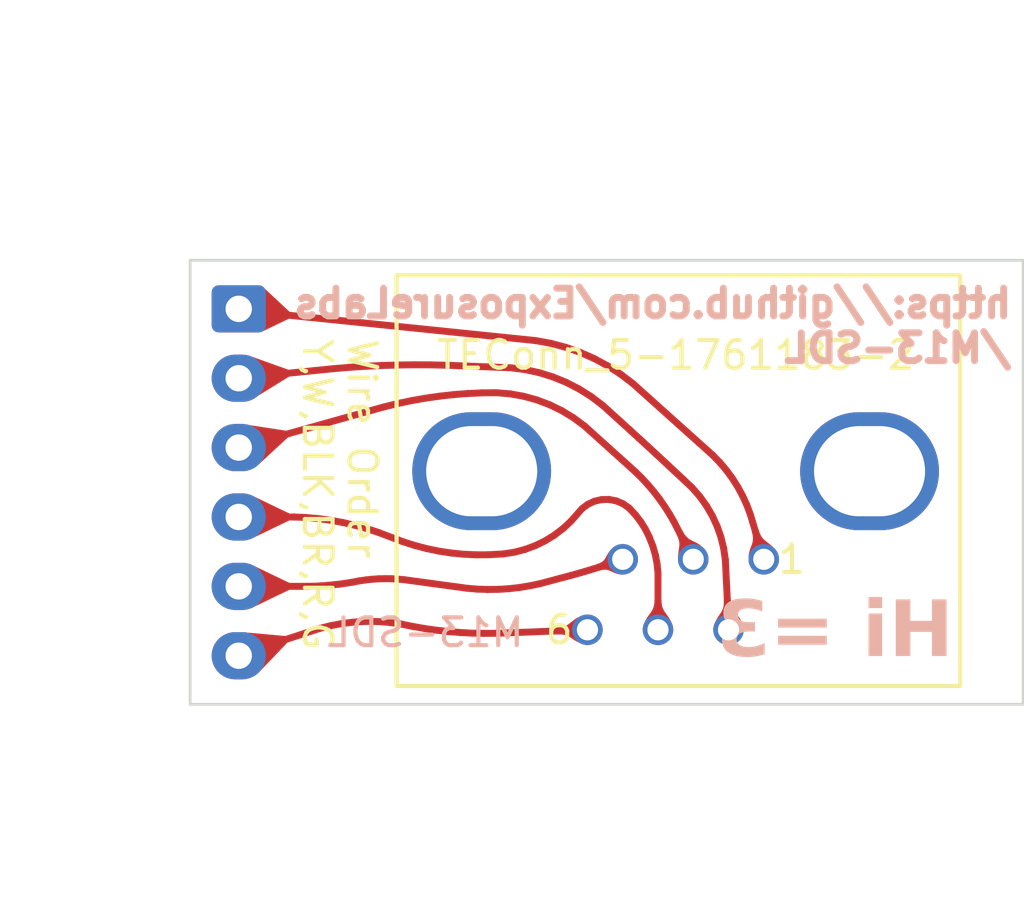
<source format=kicad_pcb>
(kicad_pcb (version 20221018) (generator pcbnew)
  (title_block (title "M13-SDL") (rev "1") (company "N/A"))
  (layers (0 "F.Cu" signal) (31 "B.Cu" signal) (34 "B.Paste" user) (35 "F.Paste" user) (36 "B.SilkS" user "B.Silkscreen") (37 "F.SilkS" user "F.Silkscreen") (38 "B.Mask" user) (39 "F.Mask" user) (44 "Edge.Cuts" user))
  (net 0 "")
  (net 1 "M_CLK")
  (net 2 "KB_DATA")
  (net 3 "GND")
  (net 4 "KB_CLK")
  (net 5 "+5V")
  (net 6 "M_DATA")
  (footprint "Library:JST_EH_B6B-EH-A_1x06_P2.50mm_Vertical" (layer "F.Cu") (at 130.25 94.75 -90)
    (fp_text reference "REF**" hide)
    (fp_text value "JST_EH_B6B-EH-A_1x06_P2.50mm_Vertical")
    (pad "1" thru_hole roundrect (at 0 0 270) (size 1.7 1.95) (drill 0.95) (layers "*.Cu" "*.Mask") (roundrect_rratio 0.1470588235) (net 1 "M_CLK"))
    (pad "2" thru_hole oval (at 2.5 0 270) (size 1.7 1.95) (drill 0.95) (layers "*.Cu" "*.Mask") (net 2 "KB_DATA"))
    (pad "3" thru_hole oval (at 5 0 270) (size 1.7 1.95) (drill 0.95) (layers "*.Cu" "*.Mask") (net 3 "GND"))
    (pad "4" thru_hole oval (at 7.5 0 270) (size 1.7 1.95) (drill 0.95) (layers "*.Cu" "*.Mask") (net 4 "KB_CLK"))
    (pad "5" thru_hole oval (at 10 0 270) (size 1.7 1.95) (drill 0.95) (layers "*.Cu" "*.Mask") (net 5 "+5V"))
    (pad "6" thru_hole oval (at 12.5 0 270) (size 1.7 1.95) (drill 0.95) (layers "*.Cu" "*.Mask") (net 6 "M_DATA"))
  )
  (footprint "Library:CONN_1-1761185-2_TYC" (layer "F.Cu") (at 142.81 106.315)
    (fp_text reference "REF**" hide)
    (fp_text value "TEConn_5-1761183-2" (at 3.175 -9.9 unlocked) (layer "F.SilkS"))
    (fp_text user "1" (at 7.366 -2.54 unlocked) (layer "F.SilkS"))
    (fp_text user "6" (at -1.016 0 unlocked) (layer "F.SilkS"))
    (fp_line (start -6.875 2.025) (end -6.875 -12.775) (stroke (width 0.1524)) (layer "F.SilkS"))
    (fp_line (start -6.875 2.025) (end 13.425 2.025) (stroke (width 0.1524)) (layer "F.SilkS"))
    (fp_line (start 13.425 -12.775) (end -6.875 -12.775) (stroke (width 0.1524)) (layer "F.SilkS"))
    (fp_line (start 13.425 2.025) (end 13.425 -12.775) (stroke (width 0.1524)) (layer "F.SilkS"))
    (pad "1" thru_hole circle (at 6.35 -2.54) (size 1.1 1.1) (drill 0.762) (layers "*.Cu" "*.Mask") (net 1 "M_CLK"))
    (pad "2" thru_hole circle (at 5.08 0) (size 1.1 1.1) (drill 0.762) (layers "*.Cu" "*.Mask") (net 2 "KB_DATA"))
    (pad "3" thru_hole circle (at 3.81 -2.54) (size 1.1 1.1) (drill 0.762) (layers "*.Cu" "*.Mask") (net 3 "GND"))
    (pad "4" thru_hole circle (at 2.54 0) (size 1.1 1.1) (drill 0.762) (layers "*.Cu" "*.Mask") (net 4 "KB_CLK"))
    (pad "5" thru_hole circle (at 1.27 -2.54) (size 1.1 1.1) (drill 0.762) (layers "*.Cu" "*.Mask") (net 5 "+5V"))
    (pad "6" thru_hole circle (at 0 0) (size 1.1 1.1) (drill 0.762) (layers "*.Cu" "*.Mask") (net 6 "M_DATA"))
    (pad "13" thru_hole oval (at -3.81 -5.715) (size 5 4.25) (drill oval 4 3.25) (layers "*.Cu" "*.Mask"))
    (pad "14" thru_hole oval (at 10.16 -5.715) (size 5 4.25) (drill oval 4 3.25) (layers "*.Cu" "*.Mask"))
  )
  (gr_line (start 158.5 93) (end 158.5 109) (stroke (width 0.1)) (layer "Edge.Cuts"))
  (gr_line (start 128.5 93) (end 158.5 93) (stroke (width 0.1)) (layer "Edge.Cuts"))
  (gr_line (start 158.5 109) (end 128.5 109) (stroke (width 0.1)) (layer "Edge.Cuts"))
  (gr_line (start 128.5 109) (end 128.5 93) (stroke (width 0.1)) (layer "Edge.Cuts"))
  (gr_text "M13-SDL\n" (at 140.6 107) (layer "B.SilkS") (effects (font (size 1 1)) (justify left bottom mirror)))
  (gr_text "https://github.com/ExposureLabs\n/M13-SDL" (at 158.2 96.75) (layer "B.SilkS") (effects (font (size 1 1) (thickness 0.25) bold) (justify left bottom mirror)))
  (gr_text "Hi =3" (at 156 107.6) (layer "B.SilkS") (effects (font (size 2 2) (thickness 0.3) bold) (justify left bottom mirror)))
  (gr_text "Wire Order\nY,W,BLK,BR,R,G" (at 132.5 95.75 270) (layer "F.SilkS") (effects (font (size 1 1)) (justify left bottom)))
  (segment (start 130.330942 94.803178) (end 140.951197 95.894587) (width 0.25) (layer "F.Cu") (net 1))
  (segment (start 144.006455 97.106162) (end 144.445604 97.44185) (width 0.25) (layer "F.Cu") (net 1))
  (segment (start 147.810485 100.561722) (end 147.574192 100.282498) (width 0.25) (layer "F.Cu") (net 1))
  (segment (start 144.006455 97.106162) (end 143.542303 96.805996) (width 0.25) (layer "F.Cu") (net 1))
  (segment (start 143.056012 96.543205) (end 143.542303 96.805996) (width 0.25) (layer "F.Cu") (net 1))
  (segment (start 142.02915 96.135998) (end 142.550588 96.319412) (width 0.25) (layer "F.Cu") (net 1))
  (segment (start 148.027081 100.856487) (end 148.222959 101.165408) (width 0.25) (layer "F.Cu") (net 1))
  (segment (start 148.548977 101.819842) (end 148.397197 101.48703) (width 0.25) (layer "F.Cu") (net 1))
  (segment (start 142.02915 96.135998) (end 141.49492 95.994098) (width 0.25) (layer "F.Cu") (net 1))
  (segment (start 148.548977 101.819842) (end 148.677584 102.162275) (width 0.25) (layer "F.Cu") (net 1))
  (segment (start 140.951197 95.894587) (end 141.49492 95.994098) (width 0.25) (layer "F.Cu") (net 1))
  (segment (start 130.322593 94.801592) (end 130.330942 94.803178) (width 0.25) (layer "F.Cu") (net 1))
  (segment (start 147.319312 100.02013) (end 147.574192 100.282498) (width 0.25) (layer "F.Cu") (net 1))
  (segment (start 130.306453 94.796317) (end 130.314411 94.799299) (width 0.25) (layer "F.Cu") (net 1))
  (segment (start 130.291445 94.788377) (end 130.284502 94.783477) (width 0.25) (layer "F.Cu") (net 1))
  (segment (start 142.550588 96.319412) (end 143.056012 96.543205) (width 0.25) (layer "F.Cu") (net 1))
  (segment (start 147.810485 100.561722) (end 148.027081 100.856487) (width 0.25) (layer "F.Cu") (net 1))
  (segment (start 130.322593 94.801592) (end 130.314411 94.799299) (width 0.25) (layer "F.Cu") (net 1))
  (segment (start 148.677584 102.162275) (end 149.16 103.775) (width 0.25) (layer "F.Cu") (net 1))
  (segment (start 130.291445 94.788377) (end 130.298779 94.792668) (width 0.25) (layer "F.Cu") (net 1))
  (segment (start 130.278003 94.778003) (end 130.284502 94.783477) (width 0.25) (layer "F.Cu") (net 1))
  (segment (start 148.222959 101.165408) (end 148.397197 101.48703) (width 0.25) (layer "F.Cu") (net 1))
  (segment (start 130.278003 94.778003) (end 130.25 94.75) (width 0.25) (layer "F.Cu") (net 1))
  (segment (start 130.306453 94.796317) (end 130.298779 94.792668) (width 0.25) (layer "F.Cu") (net 1))
  (segment (start 144.445604 97.44185) (end 147.319312 100.02013) (width 0.25) (layer "F.Cu") (net 1))
  (segment (start 136.57848 96.765945) (end 135.994413 96.773381) (width 0.25) (layer "F.Cu") (net 2))
  (segment (start 145.943198 100.597928) (end 145.629068 100.305055) (width 0.25) (layer "F.Cu") (net 2))
  (segment (start 137.162588 96.768772) (end 137.746557 96.781861) (width 0.25) (layer "F.Cu") (net 2))
  (segment (start 146.851146 101.505776) (end 147.094475 101.843686) (width 0.25) (layer "F.Cu") (net 2))
  (segment (start 142.04611 97.399514) (end 142.50687 97.636559) (width 0.25) (layer "F.Cu") (net 2))
  (segment (start 146.576611 101.192692) (end 146.851146 101.505776) (width 0.25) (layer "F.Cu") (net 2))
  (segment (start 145.943198 100.597928) (end 146.256637 100.891541) (width 0.25) (layer "F.Cu") (net 2))
  (segment (start 147.715793 103.378788) (end 147.775994 103.790816) (width 0.25) (layer "F.Cu") (net 2))
  (segment (start 142.945281 97.912758) (end 142.50687 97.636559) (width 0.25) (layer "F.Cu") (net 2))
  (segment (start 137.162588 96.768772) (end 136.57848 96.765945) (width 0.25) (layer "F.Cu") (net 2))
  (segment (start 133.662154 96.905653) (end 130.25 97.25) (width 0.25) (layer "F.Cu") (net 2))
  (segment (start 147.715793 103.378788) (end 147.616455 102.974408) (width 0.25) (layer "F.Cu") (net 2))
  (segment (start 141.071637 97.049754) (end 141.566488 97.203417) (width 0.25) (layer "F.Cu") (net 2))
  (segment (start 147.478892 102.581384) (end 147.616455 102.974408) (width 0.25) (layer "F.Cu") (net 2))
  (segment (start 134.244258 96.857222) (end 133.662154 96.905653) (width 0.25) (layer "F.Cu") (net 2))
  (segment (start 142.04611 97.399514) (end 141.566488 97.203417) (width 0.25) (layer "F.Cu") (net 2))
  (segment (start 144.661372 99.411356) (end 144.983625 99.707572) (width 0.25) (layer "F.Cu") (net 2))
  (segment (start 144.661372 99.411356) (end 144.338423 99.1159) (width 0.25) (layer "F.Cu") (net 2))
  (segment (start 135.410568 96.791076) (end 135.994413 96.773381) (width 0.25) (layer "F.Cu") (net 2))
  (segment (start 142.945281 97.912758) (end 143.358024 98.226021) (width 0.25) (layer "F.Cu") (net 2))
  (segment (start 144.014779 98.821206) (end 143.358024 98.226021) (width 0.25) (layer "F.Cu") (net 2))
  (segment (start 140.565301 96.939688) (end 141.071637 97.049754) (width 0.25) (layer "F.Cu") (net 2))
  (segment (start 135.410568 96.791076) (end 134.827123 96.819026) (width 0.25) (layer "F.Cu") (net 2))
  (segment (start 145.314249 100.012923) (end 145.629068 100.305055) (width 0.25) (layer "F.Cu") (net 2))
  (segment (start 144.983625 99.707572) (end 145.314249 100.012923) (width 0.25) (layer "F.Cu") (net 2))
  (segment (start 137.746557 96.781861) (end 140.051315 96.874051) (width 0.25) (layer "F.Cu") (net 2))
  (segment (start 134.244258 96.857222) (end 134.827123 96.819026) (width 0.25) (layer "F.Cu") (net 2))
  (segment (start 144.014779 98.821206) (end 144.338423 99.1159) (width 0.25) (layer "F.Cu") (net 2))
  (segment (start 140.051315 96.874051) (end 140.565301 96.939688) (width 0.25) (layer "F.Cu") (net 2))
  (segment (start 147.775994 103.790816) (end 147.9 106.305) (width 0.25) (layer "F.Cu") (net 2))
  (segment (start 147.094475 101.843686) (end 147.304365 102.203321) (width 0.25) (layer "F.Cu") (net 2))
  (segment (start 146.576611 101.192692) (end 146.256637 100.891541) (width 0.25) (layer "F.Cu") (net 2))
  (segment (start 147.304365 102.203321) (end 147.478892 102.581384) (width 0.25) (layer "F.Cu") (net 2))
  (segment (start 147.9 106.305) (end 147.89 106.315) (width 0.25) (layer "B.Cu") (net 2))
  (segment (start 130.3 97.2) (end 130.25 97.25) (width 0.25) (layer "B.Cu") (net 2))
  (segment (start 140.980361 98.028798) (end 141.443401 98.203471) (width 0.25) (layer "F.Cu") (net 3))
  (segment (start 146.629013 104.020984) (end 146.626697 104.022532) (width 0) (layer "F.Cu") (net 3))
  (segment (start 145.593742 101.875351) (end 145.770568 102.154144) (width 0.25) (layer "F.Cu") (net 3))
  (segment (start 136.964021 97.971177) (end 137.486693 97.89603) (width 0.25) (layer "F.Cu") (net 3))
  (segment (start 140.015688 97.812132) (end 139.522426 97.772017) (width 0.25) (layer "F.Cu") (net 3))
  (segment (start 137.991391 97.840233) (end 138.497642 97.80096) (width 0.25) (layer "F.Cu") (net 3))
  (segment (start 146.629013 104.020984) (end 146.7 103.95) (width 0) (layer "F.Cu") (net 3))
  (segment (start 136.456069 98.061239) (end 135.951333 98.167854) (width 0.25) (layer "F.Cu") (net 3))
  (segment (start 144.530921 100.616757) (end 144.765892 100.848667) (width 0.25) (layer "F.Cu") (net 3))
  (segment (start 144.530921 100.616757) (end 142.707687 98.973595) (width 0.25) (layer "F.Cu") (net 3))
  (segment (start 144.990109 101.09099) (end 145.203111 101.343227) (width 0.25) (layer "F.Cu") (net 3))
  (segment (start 145.770568 102.154144) (end 145.934574 102.440667) (width 0.25) (layer "F.Cu") (net 3))
  (segment (start 146.610984 104.020984) (end 146.6133 104.022532) (width 0.25) (layer "F.Cu") (net 3))
  (segment (start 142.310828 98.677928) (end 142.707687 98.973595) (width 0.25) (layer "F.Cu") (net 3))
  (segment (start 145.934574 102.440667) (end 146.62 103.775) (width 0.25) (layer "F.Cu") (net 3))
  (segment (start 145.404459 101.604859) (end 145.593742 101.875351) (width 0.25) (layer "F.Cu") (net 3))
  (segment (start 136.964021 97.971177) (end 136.456069 98.061239) (width 0.25) (layer "F.Cu") (net 3))
  (segment (start 146.615874 104.023598) (end 146.6133 104.022532) (width 0.25) (layer "F.Cu") (net 3))
  (segment (start 141.443401 98.203471) (end 141.888176 98.420476) (width 0.25) (layer "F.Cu") (net 3))
  (segment (start 146.610984 104.020984) (end 146.6 104.01) (width 0.25) (layer "F.Cu") (net 3))
  (segment (start 146.624123 104.023598) (end 146.626697 104.022532) (width 0) (layer "F.Cu") (net 3))
  (segment (start 144.765892 100.848667) (end 144.990109 101.09099) (width 0.25) (layer "F.Cu") (net 3))
  (segment (start 135.45035 98.290907) (end 130.25 99.75) (width 0.25) (layer "F.Cu") (net 3))
  (segment (start 145.404459 101.604859) (end 145.203111 101.343227) (width 0.25) (layer "F.Cu") (net 3))
  (segment (start 139.004907 97.778252) (end 139.522426 97.772017) (width 0.25) (layer "F.Cu") (net 3))
  (segment (start 146.621392 104.024142) (end 146.618605 104.024142) (width 0.25) (layer "F.Cu") (net 3))
  (segment (start 137.991391 97.840233) (end 137.486693 97.89603) (width 0.25) (layer "F.Cu") (net 3))
  (segment (start 135.951333 98.167854) (end 135.45035 98.290907) (width 0.25) (layer "F.Cu") (net 3))
  (segment (start 146.624123 104.023598) (end 146.621392 104.024142) (width 0) (layer "F.Cu") (net 3))
  (segment (start 139.004907 97.778252) (end 138.497642 97.80096) (width 0.25) (layer "F.Cu") (net 3))
  (segment (start 140.503076 97.897973) (end 140.015688 97.812132) (width 0.25) (layer "F.Cu") (net 3))
  (segment (start 142.310828 98.677928) (end 141.888176 98.420476) (width 0.25) (layer "F.Cu") (net 3))
  (segment (start 146.615874 104.023598) (end 146.618605 104.024142) (width 0.25) (layer "F.Cu") (net 3))
  (segment (start 140.503076 97.897973) (end 140.980361 98.028798) (width 0.25) (layer "F.Cu") (net 3))
  (segment (start 145.318913 103.949181) (end 145.35 104.280937) (width 0.25) (layer "F.Cu") (net 4))
  (segment (start 132.244507 102.25) (end 130.25 102.25) (width 0.25) (layer "F.Cu") (net 4))
  (segment (start 133.120315 102.309238) (end 133.555332 102.368357) (width 0.25) (layer "F.Cu") (net 4))
  (segment (start 140.174232 103.520629) (end 140.556095 103.421532) (width 0.25) (layer "F.Cu") (net 4))
  (segment (start 142.826636 101.791566) (end 143.067254 101.680917) (width 0.25) (layer "F.Cu") (net 4))
  (segment (start 145.35 104.280937) (end 145.35 106.315) (width 0.25) (layer "F.Cu") (net 4))
  (segment (start 133.987249 102.446995) (end 134.415187 102.544994) (width 0.25) (layer "F.Cu") (net 4))
  (segment (start 145.164834 103.301567) (end 145.027662 102.951773) (width 0.25) (layer "F.Cu") (net 4))
  (segment (start 141.617119 102.90596) (end 141.281103 103.112678) (width 0.25) (layer "F.Cu") (net 4))
  (segment (start 144.309984 101.927878) (end 144.542154 102.178377) (width 0.25) (layer "F.Cu") (net 4))
  (segment (start 141.281103 103.112678) (end 140.926265 103.285101) (width 0.25) (layer "F.Cu") (net 4))
  (segment (start 136.170797 103.142897) (end 136.594144 103.277681) (width 0.25) (layer "F.Cu") (net 4))
  (segment (start 144.542154 102.178377) (end 144.727875 102.420658) (width 0.25) (layer "F.Cu") (net 4))
  (segment (start 145.318913 103.949181) (end 145.257011 103.621773) (width 0.25) (layer "F.Cu") (net 4))
  (segment (start 137.898103 103.547862) (end 137.458964 103.480437) (width 0.25) (layer "F.Cu") (net 4))
  (segment (start 143.590413 101.619201) (end 143.325596 101.622616) (width 0.25) (layer "F.Cu") (net 4))
  (segment (start 137.023919 103.390296) (end 137.458964 103.480437) (width 0.25) (layer "F.Cu") (net 4))
  (segment (start 140.926265 103.285101) (end 140.556095 103.421532) (width 0.25) (layer "F.Cu") (net 4))
  (segment (start 143.850172 101.670822) (end 143.590413 101.619201) (width 0.25) (layer "F.Cu") (net 4))
  (segment (start 145.164834 103.301567) (end 145.257011 103.621773) (width 0.25) (layer "F.Cu") (net 4))
  (segment (start 133.120315 102.309238) (end 132.683078 102.269759) (width 0.25) (layer "F.Cu") (net 4))
  (segment (start 139.228198 103.61232) (end 139.784432 103.581418) (width 0.25) (layer "F.Cu") (net 4))
  (segment (start 144.093563 101.77523) (end 144.309984 101.927878) (width 0.25) (layer "F.Cu") (net 4))
  (segment (start 144.727875 102.420658) (end 144.890183 102.679208) (width 0.25) (layer "F.Cu") (net 4))
  (segment (start 134.838281 102.662155) (end 135.255673 102.79824) (width 0.25) (layer "F.Cu") (net 4))
  (segment (start 136.170797 103.142897) (end 135.255673 102.79824) (width 0.25) (layer "F.Cu") (net 4))
  (segment (start 133.987249 102.446995) (end 133.555332 102.368357) (width 0.25) (layer "F.Cu") (net 4))
  (segment (start 144.890183 102.679208) (end 145.027662 102.951773) (width 0.25) (layer "F.Cu") (net 4))
  (segment (start 142.219685 102.398081) (end 141.931008 102.666977) (width 0.25) (layer "F.Cu") (net 4))
  (segment (start 143.325596 101.622616) (end 143.067254 101.680917) (width 0.25) (layer "F.Cu") (net 4))
  (segment (start 134.415187 102.544994) (end 134.838281 102.662155) (width 0.25) (layer "F.Cu") (net 4))
  (segment (start 141.617119 102.90596) (end 141.931008 102.666977) (width 0.25) (layer "F.Cu") (net 4))
  (segment (start 140.174232 103.520629) (end 139.784432 103.581418) (width 0.25) (layer "F.Cu") (net 4))
  (segment (start 142.219685 102.398081) (end 142.614222 101.949743) (width 0.25) (layer "F.Cu") (net 4))
  (segment (start 132.683078 102.269759) (end 132.244507 102.25) (width 0.25) (layer "F.Cu") (net 4))
  (segment (start 144.093563 101.77523) (end 143.850172 101.670822) (width 0.25) (layer "F.Cu") (net 4))
  (segment (start 138.783916 103.613892) (end 139.228198 103.61232) (width 0.25) (layer "F.Cu") (net 4))
  (segment (start 137.898103 103.547862) (end 138.340151 103.592387) (width 0.25) (layer "F.Cu") (net 4))
  (segment (start 136.594144 103.277681) (end 137.023919 103.390296) (width 0.25) (layer "F.Cu") (net 4))
  (segment (start 142.826636 101.791566) (end 142.614222 101.949743) (width 0.25) (layer "F.Cu") (net 4))
  (segment (start 138.783916 103.613892) (end 138.340151 103.592387) (width 0.25) (layer "F.Cu") (net 4))
  (segment (start 145.4 106.265) (end 145.35 106.315) (width 0.25) (layer "B.Cu") (net 4))
  (segment (start 133.896046 104.667825) (end 133.663477 104.695127) (width 0.25) (layer "F.Cu") (net 5))
  (segment (start 139.216124 104.863015) (end 139.599186 104.858027) (width 0.25) (layer "F.Cu") (net 5))
  (segment (start 130.283182 104.75) (end 132.725928 104.75) (width 0.25) (layer "F.Cu") (net 5))
  (segment (start 130.273463 104.726534) (end 130.3 104.7) (width 0.25) (layer "F.Cu") (net 5))
  (segment (start 130.270566 104.734628) (end 130.270992 104.738952) (width 0.25) (layer "F.Cu") (net 5))
  (segment (start 134.82047 104.51921) (end 135.052492 104.494441) (width 0.25) (layer "F.Cu") (net 5))
  (segment (start 140.362223 104.791247) (end 139.981531 104.834084) (width 0.25) (layer "F.Cu") (net 5))
  (segment (start 134.82047 104.51921) (end 134.589634 104.553311) (width 0.25) (layer "F.Cu") (net 5))
  (segment (start 135.751903 104.476443) (end 135.984891 104.489247) (width 0.25) (layer "F.Cu") (net 5))
  (segment (start 142.716364 104.214455) (end 142.554534 104.261533) (width 0.25) (layer "F.Cu") (net 5))
  (segment (start 132.960541 104.744514) (end 133.194961 104.733548) (width 0.25) (layer "F.Cu") (net 5))
  (segment (start 130.272655 104.742966) (end 130.275412 104.746324) (width 0.25) (layer "F.Cu") (net 5))
  (segment (start 142.877838 104.166166) (end 142.716364 104.214455) (width 0.25) (layer "F.Cu") (net 5))
  (segment (start 138.451607 104.816127) (end 138.833285 104.849037) (width 0.25) (layer "F.Cu") (net 5))
  (segment (start 143.038944 104.116667) (end 142.877838 104.166166) (width 0.25) (layer "F.Cu") (net 5))
  (segment (start 135.285324 104.479042) (end 135.052492 104.494441) (width 0.25) (layer "F.Cu") (net 5))
  (segment (start 135.751903 104.476443) (end 135.518587 104.47304) (width 0.25) (layer "F.Cu") (net 5))
  (segment (start 136.217175 104.511431) (end 138.451607 104.816127) (width 0.25) (layer "F.Cu") (net 5))
  (segment (start 130.273463 104.726534) (end 130.271414 104.730366) (width 0.25) (layer "F.Cu") (net 5))
  (segment (start 134.589634 104.553311) (end 134.358952 104.596953) (width 0.25) (layer "F.Cu") (net 5))
  (segment (start 142.392354 104.307395) (end 142.554534 104.261533) (width 0.25) (layer "F.Cu") (net 5))
  (segment (start 132.960541 104.744514) (end 132.725928 104.75) (width 0.25) (layer "F.Cu") (net 5))
  (segment (start 143.038944 104.116667) (end 143.199675 104.065963) (width 0.25) (layer "F.Cu") (net 5))
  (segment (start 139.981531 104.834084) (end 139.599186 104.858027) (width 0.25) (layer "F.Cu") (net 5))
  (segment (start 130.279024 104.748738) (end 130.283182 104.75) (width 0.25) (layer "F.Cu") (net 5))
  (segment (start 140.362223 104.791247) (end 140.740327 104.729619) (width 0.25) (layer "F.Cu") (net 5))
  (segment (start 143.360021 104.014054) (end 143.199675 104.065963) (width 0.25) (layer "F.Cu") (net 5))
  (segment (start 133.663477 104.695127) (end 133.429061 104.717107) (width 0.25) (layer "F.Cu") (net 5))
  (segment (start 143.360021 104.014054) (end 144.08 103.775) (width 0.25) (layer "F.Cu") (net 5))
  (segment (start 139.216124 104.863015) (end 138.833285 104.849037) (width 0.25) (layer "F.Cu") (net 5))
  (segment (start 130.272655 104.742966) (end 130.270992 104.738952) (width 0.25) (layer "F.Cu") (net 5))
  (segment (start 133.429061 104.717107) (end 133.194961 104.733548) (width 0.25) (layer "F.Cu") (net 5))
  (segment (start 135.984891 104.489247) (end 136.217175 104.511431) (width 0.25) (layer "F.Cu") (net 5))
  (segment (start 130.270566 104.734628) (end 130.271414 104.730366) (width 0.25) (layer "F.Cu") (net 5))
  (segment (start 142.229836 104.352041) (end 141.114918 104.649352) (width 0.25) (layer "F.Cu") (net 5))
  (segment (start 141.114918 104.649352) (end 140.740327 104.729619) (width 0.25) (layer "F.Cu") (net 5))
  (segment (start 134.358952 104.596953) (end 134.127913 104.635093) (width 0.25) (layer "F.Cu") (net 5))
  (segment (start 134.127913 104.635093) (end 133.896046 104.667825) (width 0.25) (layer "F.Cu") (net 5))
  (segment (start 135.518587 104.47304) (end 135.285324 104.479042) (width 0.25) (layer "F.Cu") (net 5))
  (segment (start 130.275412 104.746324) (end 130.279024 104.748738) (width 0.25) (layer "F.Cu") (net 5))
  (segment (start 142.392354 104.307395) (end 142.229836 104.352041) (width 0.25) (layer "F.Cu") (net 5))
  (segment (start 138.223811 106.413191) (end 138.65506 106.435686) (width 0.25) (layer "F.Cu") (net 6))
  (segment (start 134.400782 106.037436) (end 133.97954 106.088478) (width 0.25) (layer "F.Cu") (net 6))
  (segment (start 133.562481 106.166659) (end 133.97954 106.088478) (width 0.25) (layer "F.Cu") (net 6))
  (segment (start 134.824443 106.013747) (end 134.400782 106.037436) (width 0.25) (layer "F.Cu") (net 6))
  (segment (start 138.223811 106.413191) (end 137.789124 106.377335) (width 0.25) (layer "F.Cu") (net 6))
  (segment (start 135.671924 106.04871) (end 136.092195 106.107215) (width 0.25) (layer "F.Cu") (net 6))
  (segment (start 135.24875 106.01751) (end 134.824443 106.013747) (width 0.25) (layer "F.Cu") (net 6))
  (segment (start 136.938282 106.268192) (end 137.362879 106.329185) (width 0.25) (layer "F.Cu") (net 6))
  (segment (start 139.086791 106.445156) (end 139.518612 106.44159) (width 0.25) (layer "F.Cu") (net 6))
  (segment (start 135.24875 106.01751) (end 135.671924 106.04871) (width 0.25) (layer "F.Cu") (net 6))
  (segment (start 133.151352 106.271652) (end 130.3 107.2) (width 0.25) (layer "F.Cu") (net 6))
  (segment (start 136.515719 106.194411) (end 136.938282 106.268192) (width 0.25) (layer "F.Cu") (net 6))
  (segment (start 139.518612 106.44159) (end 142.81 106.315) (width 0.25) (layer "F.Cu") (net 6))
  (segment (start 137.362879 106.329185) (end 137.789124 106.377335) (width 0.25) (layer "F.Cu") (net 6))
  (segment (start 138.65506 106.435686) (end 139.086791 106.445156) (width 0.25) (layer "F.Cu") (net 6))
  (segment (start 133.562481 106.166659) (end 133.151352 106.271652) (width 0.25) (layer "F.Cu") (net 6))
  (segment (start 136.515719 106.194411) (end 136.092195 106.107215) (width 0.25) (layer "F.Cu") (net 6))
  (segment (start 130.3 107.2) (end 130.25 107.25) (width 0.25) (layer "B.Cu") (net 6))
)
</source>
